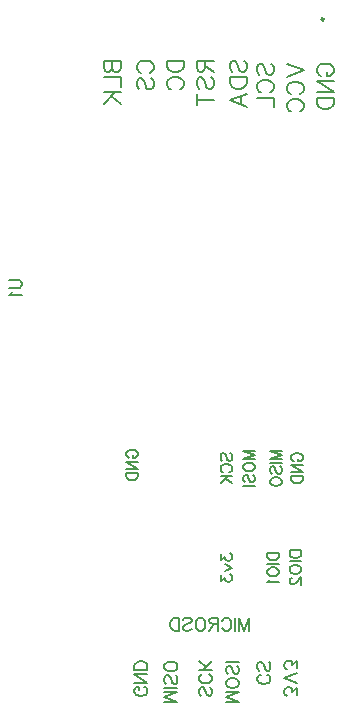
<source format=gbo>
G04 Layer: BottomSilkscreenLayer*
G04 EasyEDA v6.5.47, 2024-12-05 12:15:10*
G04 a8db0baa4c074055b0eece098b67d136,1af081c9d9ee461384659aa0797497b1,10*
G04 Gerber Generator version 0.2*
G04 Scale: 100 percent, Rotated: No, Reflected: No *
G04 Dimensions in millimeters *
G04 leading zeros omitted , absolute positions ,4 integer and 5 decimal *
%FSLAX45Y45*%
%MOMM*%

%ADD10C,0.2032*%
%ADD11C,0.1524*%
%ADD12C,0.1520*%
%ADD13C,0.2150*%

%LPD*%
D10*
X2846428Y4518294D02*
G01*
X2837337Y4527384D01*
X2832790Y4541022D01*
X2832790Y4559203D01*
X2837337Y4572840D01*
X2846428Y4581931D01*
X2855518Y4581931D01*
X2864609Y4577384D01*
X2869153Y4572840D01*
X2873700Y4563750D01*
X2882790Y4536478D01*
X2887337Y4527384D01*
X2891881Y4522840D01*
X2900972Y4518294D01*
X2914609Y4518294D01*
X2923700Y4527384D01*
X2928246Y4541022D01*
X2928246Y4559203D01*
X2923700Y4572840D01*
X2914609Y4581931D01*
X2855518Y4420113D02*
G01*
X2846428Y4424659D01*
X2837337Y4433750D01*
X2832790Y4442840D01*
X2832790Y4461022D01*
X2837337Y4470112D01*
X2846428Y4479203D01*
X2855518Y4483750D01*
X2869153Y4488294D01*
X2891881Y4488294D01*
X2905518Y4483750D01*
X2914609Y4479203D01*
X2923700Y4470112D01*
X2928246Y4461022D01*
X2928246Y4442840D01*
X2923700Y4433750D01*
X2914609Y4424659D01*
X2905518Y4420113D01*
X2832790Y4390113D02*
G01*
X2928246Y4390113D01*
X2832790Y4326478D02*
G01*
X2896428Y4390113D01*
X2873700Y4367385D02*
G01*
X2928246Y4326478D01*
X3023290Y4603750D02*
G01*
X3118746Y4603750D01*
X3023290Y4603750D02*
G01*
X3118746Y4567387D01*
X3023290Y4531022D02*
G01*
X3118746Y4567387D01*
X3023290Y4531022D02*
G01*
X3118746Y4531022D01*
X3023290Y4473750D02*
G01*
X3027837Y4482840D01*
X3036928Y4491931D01*
X3046018Y4496478D01*
X3059653Y4501022D01*
X3082381Y4501022D01*
X3096018Y4496478D01*
X3105109Y4491931D01*
X3114200Y4482840D01*
X3118746Y4473750D01*
X3118746Y4455568D01*
X3114200Y4446478D01*
X3105109Y4437387D01*
X3096018Y4432841D01*
X3082381Y4428296D01*
X3059653Y4428296D01*
X3046018Y4432841D01*
X3036928Y4437387D01*
X3027837Y4446478D01*
X3023290Y4455568D01*
X3023290Y4473750D01*
X3036928Y4334659D02*
G01*
X3027837Y4343750D01*
X3023290Y4357387D01*
X3023290Y4375569D01*
X3027837Y4389203D01*
X3036928Y4398297D01*
X3046018Y4398297D01*
X3055109Y4393750D01*
X3059653Y4389203D01*
X3064200Y4380113D01*
X3073290Y4352841D01*
X3077837Y4343750D01*
X3082381Y4339203D01*
X3091472Y4334659D01*
X3105109Y4334659D01*
X3114200Y4343750D01*
X3118746Y4357387D01*
X3118746Y4375569D01*
X3114200Y4389203D01*
X3105109Y4398297D01*
X3023290Y4304659D02*
G01*
X3118746Y4304659D01*
X3251890Y4603750D02*
G01*
X3347346Y4603750D01*
X3251890Y4603750D02*
G01*
X3347346Y4567387D01*
X3251890Y4531022D02*
G01*
X3347346Y4567387D01*
X3251890Y4531022D02*
G01*
X3347346Y4531022D01*
X3251890Y4501022D02*
G01*
X3347346Y4501022D01*
X3265528Y4407387D02*
G01*
X3256437Y4416478D01*
X3251890Y4430113D01*
X3251890Y4448296D01*
X3256437Y4461931D01*
X3265528Y4471022D01*
X3274618Y4471022D01*
X3283709Y4466478D01*
X3288253Y4461931D01*
X3292800Y4452840D01*
X3301890Y4425569D01*
X3306437Y4416478D01*
X3310981Y4411931D01*
X3320072Y4407387D01*
X3333709Y4407387D01*
X3342800Y4416478D01*
X3347346Y4430113D01*
X3347346Y4448296D01*
X3342800Y4461931D01*
X3333709Y4471022D01*
X3251890Y4350113D02*
G01*
X3256437Y4359203D01*
X3265528Y4368297D01*
X3274618Y4372841D01*
X3288253Y4377387D01*
X3310981Y4377387D01*
X3324618Y4372841D01*
X3333709Y4368297D01*
X3342800Y4359203D01*
X3347346Y4350113D01*
X3347346Y4331931D01*
X3342800Y4322841D01*
X3333709Y4313750D01*
X3324618Y4309203D01*
X3310981Y4304659D01*
X3288253Y4304659D01*
X3274618Y4309203D01*
X3265528Y4313750D01*
X3256437Y4322841D01*
X3251890Y4331931D01*
X3251890Y4350113D01*
X3452418Y4513750D02*
G01*
X3443328Y4518294D01*
X3434237Y4527384D01*
X3429690Y4536475D01*
X3429690Y4554659D01*
X3434237Y4563750D01*
X3443328Y4572840D01*
X3452418Y4577384D01*
X3466053Y4581931D01*
X3488781Y4581931D01*
X3502418Y4577384D01*
X3511509Y4572840D01*
X3520600Y4563750D01*
X3525146Y4554659D01*
X3525146Y4536475D01*
X3520600Y4527384D01*
X3511509Y4518294D01*
X3502418Y4513750D01*
X3488781Y4513750D01*
X3488781Y4536475D02*
G01*
X3488781Y4513750D01*
X3429690Y4483750D02*
G01*
X3525146Y4483750D01*
X3429690Y4483750D02*
G01*
X3525146Y4420113D01*
X3429690Y4420113D02*
G01*
X3525146Y4420113D01*
X3429690Y4390113D02*
G01*
X3525146Y4390113D01*
X3429690Y4390113D02*
G01*
X3429690Y4358294D01*
X3434237Y4344659D01*
X3443328Y4335569D01*
X3452418Y4331022D01*
X3466053Y4326475D01*
X3488781Y4326475D01*
X3502418Y4331022D01*
X3511509Y4335569D01*
X3520600Y4344659D01*
X3525146Y4358294D01*
X3525146Y4390113D01*
X2055418Y4541918D02*
G01*
X2046328Y4546462D01*
X2037237Y4555553D01*
X2032690Y4564646D01*
X2032690Y4582828D01*
X2037237Y4591918D01*
X2046328Y4601009D01*
X2055418Y4605553D01*
X2069053Y4610100D01*
X2091781Y4610100D01*
X2105418Y4605553D01*
X2114509Y4601009D01*
X2123600Y4591918D01*
X2128146Y4582828D01*
X2128146Y4564646D01*
X2123600Y4555553D01*
X2114509Y4546462D01*
X2105418Y4541918D01*
X2091781Y4541918D01*
X2091781Y4564646D02*
G01*
X2091781Y4541918D01*
X2032690Y4511918D02*
G01*
X2128146Y4511918D01*
X2032690Y4511918D02*
G01*
X2128146Y4448281D01*
X2032690Y4448281D02*
G01*
X2128146Y4448281D01*
X2032690Y4418281D02*
G01*
X2128146Y4418281D01*
X2032690Y4418281D02*
G01*
X2032690Y4386463D01*
X2037237Y4372828D01*
X2046328Y4363737D01*
X2055418Y4359191D01*
X2069053Y4354647D01*
X2091781Y4354647D01*
X2105418Y4359191D01*
X2114509Y4363737D01*
X2123600Y4372828D01*
X2128146Y4386463D01*
X2128146Y4418281D01*
X3416990Y3759200D02*
G01*
X3512446Y3759200D01*
X3416990Y3759200D02*
G01*
X3416990Y3727381D01*
X3421537Y3713746D01*
X3430628Y3704653D01*
X3439718Y3700109D01*
X3453353Y3695562D01*
X3476081Y3695562D01*
X3489718Y3700109D01*
X3498809Y3704653D01*
X3507900Y3713746D01*
X3512446Y3727381D01*
X3512446Y3759200D01*
X3416990Y3665562D02*
G01*
X3512446Y3665562D01*
X3416990Y3608290D02*
G01*
X3421537Y3617381D01*
X3430628Y3626472D01*
X3439718Y3631018D01*
X3453353Y3635562D01*
X3476081Y3635562D01*
X3489718Y3631018D01*
X3498809Y3626472D01*
X3507900Y3617381D01*
X3512446Y3608290D01*
X3512446Y3590109D01*
X3507900Y3581019D01*
X3498809Y3571928D01*
X3489718Y3567381D01*
X3476081Y3562837D01*
X3453353Y3562837D01*
X3439718Y3567381D01*
X3430628Y3571928D01*
X3421537Y3581019D01*
X3416990Y3590109D01*
X3416990Y3608290D01*
X3439718Y3528291D02*
G01*
X3435172Y3528291D01*
X3426081Y3523747D01*
X3421537Y3519200D01*
X3416990Y3510109D01*
X3416990Y3491928D01*
X3421537Y3482837D01*
X3426081Y3478291D01*
X3435172Y3473747D01*
X3444262Y3473747D01*
X3453353Y3478291D01*
X3466990Y3487381D01*
X3512446Y3532837D01*
X3512446Y3469200D01*
X3226490Y3738745D02*
G01*
X3321946Y3738745D01*
X3226490Y3738745D02*
G01*
X3226490Y3706926D01*
X3231037Y3693292D01*
X3240128Y3684198D01*
X3249218Y3679654D01*
X3262853Y3675108D01*
X3285581Y3675108D01*
X3299218Y3679654D01*
X3308309Y3684198D01*
X3317400Y3693292D01*
X3321946Y3706926D01*
X3321946Y3738745D01*
X3226490Y3645108D02*
G01*
X3321946Y3645108D01*
X3226490Y3587836D02*
G01*
X3231037Y3596927D01*
X3240128Y3606017D01*
X3249218Y3610564D01*
X3262853Y3615108D01*
X3285581Y3615108D01*
X3299218Y3610564D01*
X3308309Y3606017D01*
X3317400Y3596927D01*
X3321946Y3587836D01*
X3321946Y3569655D01*
X3317400Y3560564D01*
X3308309Y3551473D01*
X3299218Y3546927D01*
X3285581Y3542383D01*
X3262853Y3542383D01*
X3249218Y3546927D01*
X3240128Y3551473D01*
X3231037Y3560564D01*
X3226490Y3569655D01*
X3226490Y3587836D01*
X3244672Y3512383D02*
G01*
X3240128Y3503292D01*
X3226490Y3489655D01*
X3321946Y3489655D01*
X2832790Y3726017D02*
G01*
X2832790Y3676017D01*
X2869153Y3703289D01*
X2869153Y3689654D01*
X2873700Y3680564D01*
X2878246Y3676017D01*
X2891881Y3671473D01*
X2900972Y3671473D01*
X2914609Y3676017D01*
X2923700Y3685108D01*
X2928246Y3698745D01*
X2928246Y3712380D01*
X2923700Y3726017D01*
X2919153Y3730564D01*
X2910062Y3735108D01*
X2864609Y3641473D02*
G01*
X2928246Y3614199D01*
X2864609Y3586927D02*
G01*
X2928246Y3614199D01*
X2832790Y3547836D02*
G01*
X2832790Y3497836D01*
X2869153Y3525108D01*
X2869153Y3511473D01*
X2873700Y3502380D01*
X2878246Y3497836D01*
X2891881Y3493289D01*
X2900972Y3493289D01*
X2914609Y3497836D01*
X2923700Y3506927D01*
X2928246Y3520564D01*
X2928246Y3534199D01*
X2923700Y3547836D01*
X2919153Y3552380D01*
X2910062Y3556927D01*
D11*
X1040231Y6051651D02*
G01*
X1118209Y6051651D01*
X1133703Y6046317D01*
X1144117Y6035903D01*
X1149451Y6020409D01*
X1149451Y6009995D01*
X1144117Y5994501D01*
X1133703Y5984087D01*
X1118209Y5978753D01*
X1040231Y5978753D01*
X1061059Y5944463D02*
G01*
X1055725Y5934049D01*
X1040231Y5918555D01*
X1149451Y5918555D01*
D10*
X2155952Y7803438D02*
G01*
X2142490Y7810296D01*
X2128774Y7824012D01*
X2121915Y7837728D01*
X2121915Y7864906D01*
X2128774Y7878622D01*
X2142490Y7892084D01*
X2155952Y7898942D01*
X2176525Y7905800D01*
X2210561Y7905800D01*
X2231136Y7898942D01*
X2244597Y7892084D01*
X2258313Y7878622D01*
X2265172Y7864906D01*
X2265172Y7837728D01*
X2258313Y7824012D01*
X2244597Y7810296D01*
X2231136Y7803438D01*
X2142490Y7662976D02*
G01*
X2128774Y7676692D01*
X2121915Y7697266D01*
X2121915Y7724444D01*
X2128774Y7745018D01*
X2142490Y7758480D01*
X2155952Y7758480D01*
X2169668Y7751622D01*
X2176525Y7745018D01*
X2183384Y7731302D01*
X2196845Y7690408D01*
X2203704Y7676692D01*
X2210561Y7669834D01*
X2224277Y7662976D01*
X2244597Y7662976D01*
X2258313Y7676692D01*
X2265172Y7697266D01*
X2265172Y7724444D01*
X2258313Y7745018D01*
X2244597Y7758480D01*
X2375915Y7905800D02*
G01*
X2519172Y7905800D01*
X2375915Y7905800D02*
G01*
X2375915Y7858048D01*
X2382774Y7837728D01*
X2396490Y7824012D01*
X2409952Y7817154D01*
X2430525Y7810296D01*
X2464561Y7810296D01*
X2485136Y7817154D01*
X2498597Y7824012D01*
X2512313Y7837728D01*
X2519172Y7858048D01*
X2519172Y7905800D01*
X2409952Y7662976D02*
G01*
X2396490Y7669834D01*
X2382774Y7683550D01*
X2375915Y7697266D01*
X2375915Y7724444D01*
X2382774Y7738160D01*
X2396490Y7751622D01*
X2409952Y7758480D01*
X2430525Y7765338D01*
X2464561Y7765338D01*
X2485136Y7758480D01*
X2498597Y7751622D01*
X2512313Y7738160D01*
X2519172Y7724444D01*
X2519172Y7697266D01*
X2512313Y7683550D01*
X2498597Y7669834D01*
X2485136Y7662976D01*
X3679952Y7778038D02*
G01*
X3666490Y7784896D01*
X3652774Y7798612D01*
X3645915Y7812328D01*
X3645915Y7839506D01*
X3652774Y7853222D01*
X3666490Y7866684D01*
X3679952Y7873542D01*
X3700525Y7880400D01*
X3734561Y7880400D01*
X3755136Y7873542D01*
X3768597Y7866684D01*
X3782313Y7853222D01*
X3789172Y7839506D01*
X3789172Y7812328D01*
X3782313Y7798612D01*
X3768597Y7784896D01*
X3755136Y7778038D01*
X3734561Y7778038D01*
X3734561Y7812328D02*
G01*
X3734561Y7778038D01*
X3645915Y7733080D02*
G01*
X3789172Y7733080D01*
X3645915Y7733080D02*
G01*
X3789172Y7637576D01*
X3645915Y7637576D02*
G01*
X3789172Y7637576D01*
X3645915Y7592618D02*
G01*
X3789172Y7592618D01*
X3645915Y7592618D02*
G01*
X3645915Y7544866D01*
X3652774Y7524546D01*
X3666490Y7510830D01*
X3679952Y7503972D01*
X3700525Y7497114D01*
X3734561Y7497114D01*
X3755136Y7503972D01*
X3768597Y7510830D01*
X3782313Y7524546D01*
X3789172Y7544866D01*
X3789172Y7592618D01*
X3391915Y7880400D02*
G01*
X3535172Y7825790D01*
X3391915Y7771434D02*
G01*
X3535172Y7825790D01*
X3425952Y7624114D02*
G01*
X3412490Y7630972D01*
X3398774Y7644434D01*
X3391915Y7658150D01*
X3391915Y7685328D01*
X3398774Y7699044D01*
X3412490Y7712760D01*
X3425952Y7719618D01*
X3446525Y7726222D01*
X3480561Y7726222D01*
X3501136Y7719618D01*
X3514597Y7712760D01*
X3528313Y7699044D01*
X3535172Y7685328D01*
X3535172Y7658150D01*
X3528313Y7644434D01*
X3514597Y7630972D01*
X3501136Y7624114D01*
X3425952Y7476794D02*
G01*
X3412490Y7483652D01*
X3398774Y7497114D01*
X3391915Y7510830D01*
X3391915Y7538008D01*
X3398774Y7551724D01*
X3412490Y7565440D01*
X3425952Y7572298D01*
X3446525Y7579156D01*
X3480561Y7579156D01*
X3501136Y7572298D01*
X3514597Y7565440D01*
X3528313Y7551724D01*
X3535172Y7538008D01*
X3535172Y7510830D01*
X3528313Y7497114D01*
X3514597Y7483652D01*
X3501136Y7476794D01*
X3158490Y7784896D02*
G01*
X3144774Y7798612D01*
X3137915Y7818932D01*
X3137915Y7846364D01*
X3144774Y7866684D01*
X3158490Y7880400D01*
X3171952Y7880400D01*
X3185668Y7873542D01*
X3192525Y7866684D01*
X3199384Y7853222D01*
X3212845Y7812328D01*
X3219704Y7798612D01*
X3226561Y7791754D01*
X3240277Y7784896D01*
X3260597Y7784896D01*
X3274313Y7798612D01*
X3281172Y7818932D01*
X3281172Y7846364D01*
X3274313Y7866684D01*
X3260597Y7880400D01*
X3171952Y7637576D02*
G01*
X3158490Y7644434D01*
X3144774Y7658150D01*
X3137915Y7671866D01*
X3137915Y7699044D01*
X3144774Y7712760D01*
X3158490Y7726222D01*
X3171952Y7733080D01*
X3192525Y7739938D01*
X3226561Y7739938D01*
X3247136Y7733080D01*
X3260597Y7726222D01*
X3274313Y7712760D01*
X3281172Y7699044D01*
X3281172Y7671866D01*
X3274313Y7658150D01*
X3260597Y7644434D01*
X3247136Y7637576D01*
X3137915Y7592618D02*
G01*
X3281172Y7592618D01*
X3281172Y7592618D02*
G01*
X3281172Y7510830D01*
X2929890Y7810296D02*
G01*
X2916174Y7824012D01*
X2909315Y7844332D01*
X2909315Y7871764D01*
X2916174Y7892084D01*
X2929890Y7905800D01*
X2943352Y7905800D01*
X2957068Y7898942D01*
X2963925Y7892084D01*
X2970784Y7878622D01*
X2984245Y7837728D01*
X2991104Y7824012D01*
X2997961Y7817154D01*
X3011677Y7810296D01*
X3031997Y7810296D01*
X3045713Y7824012D01*
X3052572Y7844332D01*
X3052572Y7871764D01*
X3045713Y7892084D01*
X3031997Y7905800D01*
X2909315Y7765338D02*
G01*
X3052572Y7765338D01*
X2909315Y7765338D02*
G01*
X2909315Y7717586D01*
X2916174Y7697266D01*
X2929890Y7683550D01*
X2943352Y7676692D01*
X2963925Y7669834D01*
X2997961Y7669834D01*
X3018536Y7676692D01*
X3031997Y7683550D01*
X3045713Y7697266D01*
X3052572Y7717586D01*
X3052572Y7765338D01*
X2909315Y7570266D02*
G01*
X3052572Y7624876D01*
X2909315Y7570266D02*
G01*
X3052572Y7515910D01*
X3004820Y7604556D02*
G01*
X3004820Y7536230D01*
X2629915Y7905800D02*
G01*
X2773172Y7905800D01*
X2629915Y7905800D02*
G01*
X2629915Y7844332D01*
X2636774Y7824012D01*
X2643631Y7817154D01*
X2657093Y7810296D01*
X2670809Y7810296D01*
X2684525Y7817154D01*
X2691384Y7824012D01*
X2698241Y7844332D01*
X2698241Y7905800D01*
X2698241Y7858048D02*
G01*
X2773172Y7810296D01*
X2650490Y7669834D02*
G01*
X2636774Y7683550D01*
X2629915Y7703870D01*
X2629915Y7731302D01*
X2636774Y7751622D01*
X2650490Y7765338D01*
X2663952Y7765338D01*
X2677668Y7758480D01*
X2684525Y7751622D01*
X2691384Y7738160D01*
X2704845Y7697266D01*
X2711704Y7683550D01*
X2718561Y7676692D01*
X2732277Y7669834D01*
X2752597Y7669834D01*
X2766313Y7683550D01*
X2773172Y7703870D01*
X2773172Y7731302D01*
X2766313Y7751622D01*
X2752597Y7765338D01*
X2629915Y7577124D02*
G01*
X2773172Y7577124D01*
X2629915Y7624876D02*
G01*
X2629915Y7529372D01*
X1842515Y7905800D02*
G01*
X1985772Y7905800D01*
X1842515Y7905800D02*
G01*
X1842515Y7844332D01*
X1849373Y7824012D01*
X1856231Y7817154D01*
X1869694Y7810296D01*
X1883410Y7810296D01*
X1897126Y7817154D01*
X1903984Y7824012D01*
X1910842Y7844332D01*
X1910842Y7905800D02*
G01*
X1910842Y7844332D01*
X1917445Y7824012D01*
X1924304Y7817154D01*
X1938020Y7810296D01*
X1958340Y7810296D01*
X1972056Y7817154D01*
X1978913Y7824012D01*
X1985772Y7844332D01*
X1985772Y7905800D01*
X1842515Y7765338D02*
G01*
X1985772Y7765338D01*
X1985772Y7765338D02*
G01*
X1985772Y7683550D01*
X1842515Y7638592D02*
G01*
X1985772Y7638592D01*
X1842515Y7543088D02*
G01*
X1938020Y7638592D01*
X1903984Y7604556D02*
G01*
X1985772Y7543088D01*
D12*
X2985515Y2476500D02*
G01*
X2876550Y2476500D01*
X2985515Y2476500D02*
G01*
X2876550Y2518155D01*
X2985515Y2559557D02*
G01*
X2876550Y2518155D01*
X2985515Y2559557D02*
G01*
X2876550Y2559557D01*
X2985515Y2625089D02*
G01*
X2980436Y2614676D01*
X2970022Y2604262D01*
X2959608Y2599181D01*
X2943859Y2593847D01*
X2917952Y2593847D01*
X2902458Y2599181D01*
X2892043Y2604262D01*
X2881629Y2614676D01*
X2876550Y2625089D01*
X2876550Y2645918D01*
X2881629Y2656331D01*
X2892043Y2666745D01*
X2902458Y2671826D01*
X2917952Y2677160D01*
X2943859Y2677160D01*
X2959608Y2671826D01*
X2970022Y2666745D01*
X2980436Y2656331D01*
X2985515Y2645918D01*
X2985515Y2625089D01*
X2970022Y2784094D02*
G01*
X2980436Y2773679D01*
X2985515Y2758186D01*
X2985515Y2737357D01*
X2980436Y2721610D01*
X2970022Y2711450D01*
X2959608Y2711450D01*
X2949193Y2716529D01*
X2943859Y2721610D01*
X2938779Y2732023D01*
X2928365Y2763265D01*
X2923286Y2773679D01*
X2917952Y2778760D01*
X2907538Y2784094D01*
X2892043Y2784094D01*
X2881629Y2773679D01*
X2876550Y2758186D01*
X2876550Y2737357D01*
X2881629Y2721610D01*
X2892043Y2711450D01*
X2985515Y2818384D02*
G01*
X2876550Y2818384D01*
X3226308Y2706878D02*
G01*
X3236722Y2701544D01*
X3247136Y2691129D01*
X3252215Y2680970D01*
X3252215Y2660142D01*
X3247136Y2649728D01*
X3236722Y2639313D01*
X3226308Y2633979D01*
X3210559Y2628900D01*
X3184652Y2628900D01*
X3169158Y2633979D01*
X3158743Y2639313D01*
X3148329Y2649728D01*
X3143250Y2660142D01*
X3143250Y2680970D01*
X3148329Y2691129D01*
X3158743Y2701544D01*
X3169158Y2706878D01*
X3236722Y2813812D02*
G01*
X3247136Y2803397D01*
X3252215Y2787904D01*
X3252215Y2767076D01*
X3247136Y2751581D01*
X3236722Y2741168D01*
X3226308Y2741168D01*
X3215893Y2746247D01*
X3210559Y2751581D01*
X3205479Y2761995D01*
X3195065Y2792984D01*
X3189986Y2803397D01*
X3184652Y2808731D01*
X3174238Y2813812D01*
X3158743Y2813812D01*
X3148329Y2803397D01*
X3143250Y2787904D01*
X3143250Y2767076D01*
X3148329Y2751581D01*
X3158743Y2741168D01*
X3480815Y2537713D02*
G01*
X3480815Y2594863D01*
X3439159Y2563621D01*
X3439159Y2579370D01*
X3434079Y2589529D01*
X3429000Y2594863D01*
X3413252Y2599944D01*
X3402838Y2599944D01*
X3387343Y2594863D01*
X3376929Y2584450D01*
X3371850Y2568955D01*
X3371850Y2553207D01*
X3376929Y2537713D01*
X3382009Y2532379D01*
X3392424Y2527300D01*
X3480815Y2634234D02*
G01*
X3371850Y2675889D01*
X3480815Y2717545D02*
G01*
X3371850Y2675889D01*
X3480815Y2762250D02*
G01*
X3480815Y2819400D01*
X3439159Y2788157D01*
X3439159Y2803652D01*
X3434079Y2814065D01*
X3429000Y2819400D01*
X3413252Y2824479D01*
X3402838Y2824479D01*
X3387343Y2819400D01*
X3376929Y2808986D01*
X3371850Y2793237D01*
X3371850Y2777744D01*
X3376929Y2762250D01*
X3382009Y2756915D01*
X3392424Y2751836D01*
X2741422Y2599944D02*
G01*
X2751836Y2589529D01*
X2756915Y2574036D01*
X2756915Y2553207D01*
X2751836Y2537713D01*
X2741422Y2527300D01*
X2731008Y2527300D01*
X2720593Y2532379D01*
X2715259Y2537713D01*
X2710179Y2548128D01*
X2699765Y2579370D01*
X2694686Y2589529D01*
X2689352Y2594863D01*
X2678938Y2599944D01*
X2663443Y2599944D01*
X2653029Y2589529D01*
X2647950Y2574036D01*
X2647950Y2553207D01*
X2653029Y2537713D01*
X2663443Y2527300D01*
X2731008Y2712212D02*
G01*
X2741422Y2707131D01*
X2751836Y2696718D01*
X2756915Y2686304D01*
X2756915Y2665476D01*
X2751836Y2655062D01*
X2741422Y2644647D01*
X2731008Y2639568D01*
X2715259Y2634234D01*
X2689352Y2634234D01*
X2673858Y2639568D01*
X2663443Y2644647D01*
X2653029Y2655062D01*
X2647950Y2665476D01*
X2647950Y2686304D01*
X2653029Y2696718D01*
X2663443Y2707131D01*
X2673858Y2712212D01*
X2756915Y2746502D02*
G01*
X2647950Y2746502D01*
X2756915Y2819400D02*
G01*
X2684272Y2746502D01*
X2710179Y2772410D02*
G01*
X2647950Y2819400D01*
X2464815Y2476500D02*
G01*
X2355850Y2476500D01*
X2464815Y2476500D02*
G01*
X2355850Y2518155D01*
X2464815Y2559557D02*
G01*
X2355850Y2518155D01*
X2464815Y2559557D02*
G01*
X2355850Y2559557D01*
X2464815Y2593847D02*
G01*
X2355850Y2593847D01*
X2449322Y2701036D02*
G01*
X2459736Y2690621D01*
X2464815Y2674873D01*
X2464815Y2654300D01*
X2459736Y2638552D01*
X2449322Y2628137D01*
X2438908Y2628137D01*
X2428493Y2633471D01*
X2423159Y2638552D01*
X2418079Y2648965D01*
X2407665Y2680207D01*
X2402586Y2690621D01*
X2397252Y2695702D01*
X2386838Y2701036D01*
X2371343Y2701036D01*
X2360929Y2690621D01*
X2355850Y2674873D01*
X2355850Y2654300D01*
X2360929Y2638552D01*
X2371343Y2628137D01*
X2464815Y2766313D02*
G01*
X2459736Y2755900D01*
X2449322Y2745739D01*
X2438908Y2740405D01*
X2423159Y2735326D01*
X2397252Y2735326D01*
X2381758Y2740405D01*
X2371343Y2745739D01*
X2360929Y2755900D01*
X2355850Y2766313D01*
X2355850Y2787142D01*
X2360929Y2797555D01*
X2371343Y2807970D01*
X2381758Y2813050D01*
X2397252Y2818384D01*
X2423159Y2818384D01*
X2438908Y2813050D01*
X2449322Y2807970D01*
X2459736Y2797555D01*
X2464815Y2787142D01*
X2464815Y2766313D01*
X2184908Y2605278D02*
G01*
X2195322Y2599944D01*
X2205736Y2589529D01*
X2210815Y2579370D01*
X2210815Y2558542D01*
X2205736Y2548128D01*
X2195322Y2537713D01*
X2184908Y2532379D01*
X2169159Y2527300D01*
X2143252Y2527300D01*
X2127758Y2532379D01*
X2117343Y2537713D01*
X2106929Y2548128D01*
X2101850Y2558542D01*
X2101850Y2579370D01*
X2106929Y2589529D01*
X2117343Y2599944D01*
X2127758Y2605278D01*
X2143252Y2605278D01*
X2143252Y2579370D02*
G01*
X2143252Y2605278D01*
X2210815Y2639568D02*
G01*
X2101850Y2639568D01*
X2210815Y2639568D02*
G01*
X2101850Y2712212D01*
X2210815Y2712212D02*
G01*
X2101850Y2712212D01*
X2210815Y2746502D02*
G01*
X2101850Y2746502D01*
X2210815Y2746502D02*
G01*
X2210815Y2782823D01*
X2205736Y2798571D01*
X2195322Y2808986D01*
X2184908Y2814065D01*
X2169159Y2819400D01*
X2143252Y2819400D01*
X2127758Y2814065D01*
X2117343Y2808986D01*
X2106929Y2798571D01*
X2101850Y2782823D01*
X2101850Y2746502D01*
D11*
X3073374Y3188639D02*
G01*
X3073374Y3079673D01*
X3073374Y3188639D02*
G01*
X3031718Y3079673D01*
X2990316Y3188639D02*
G01*
X3031718Y3079673D01*
X2990316Y3188639D02*
G01*
X2990316Y3079673D01*
X2956026Y3188639D02*
G01*
X2956026Y3079673D01*
X2843758Y3162731D02*
G01*
X2848838Y3173145D01*
X2859252Y3183559D01*
X2869666Y3188639D01*
X2890494Y3188639D01*
X2900908Y3183559D01*
X2911322Y3173145D01*
X2916402Y3162731D01*
X2921736Y3147237D01*
X2921736Y3121075D01*
X2916402Y3105581D01*
X2911322Y3095167D01*
X2900908Y3084753D01*
X2890494Y3079673D01*
X2869666Y3079673D01*
X2859252Y3084753D01*
X2848838Y3095167D01*
X2843758Y3105581D01*
X2809468Y3188639D02*
G01*
X2809468Y3079673D01*
X2809468Y3188639D02*
G01*
X2762732Y3188639D01*
X2747238Y3183559D01*
X2741904Y3178225D01*
X2736824Y3168065D01*
X2736824Y3157651D01*
X2741904Y3147237D01*
X2747238Y3141903D01*
X2762732Y3136823D01*
X2809468Y3136823D01*
X2773146Y3136823D02*
G01*
X2736824Y3079673D01*
X2671292Y3188639D02*
G01*
X2681706Y3183559D01*
X2692120Y3173145D01*
X2697200Y3162731D01*
X2702534Y3147237D01*
X2702534Y3121075D01*
X2697200Y3105581D01*
X2692120Y3095167D01*
X2681706Y3084753D01*
X2671292Y3079673D01*
X2650464Y3079673D01*
X2640050Y3084753D01*
X2629636Y3095167D01*
X2624556Y3105581D01*
X2619222Y3121075D01*
X2619222Y3147237D01*
X2624556Y3162731D01*
X2629636Y3173145D01*
X2640050Y3183559D01*
X2650464Y3188639D01*
X2671292Y3188639D01*
X2512288Y3173145D02*
G01*
X2522702Y3183559D01*
X2538196Y3188639D01*
X2559024Y3188639D01*
X2574518Y3183559D01*
X2584932Y3173145D01*
X2584932Y3162731D01*
X2579852Y3152317D01*
X2574518Y3147237D01*
X2564358Y3141903D01*
X2533116Y3131489D01*
X2522702Y3126409D01*
X2517368Y3121075D01*
X2512288Y3110915D01*
X2512288Y3095167D01*
X2522702Y3084753D01*
X2538196Y3079673D01*
X2559024Y3079673D01*
X2574518Y3084753D01*
X2584932Y3095167D01*
X2477998Y3188639D02*
G01*
X2477998Y3079673D01*
X2477998Y3188639D02*
G01*
X2441676Y3188639D01*
X2425928Y3183559D01*
X2415768Y3173145D01*
X2410434Y3162731D01*
X2405354Y3147237D01*
X2405354Y3121075D01*
X2410434Y3105581D01*
X2415768Y3095167D01*
X2425928Y3084753D01*
X2441676Y3079673D01*
X2477998Y3079673D01*
D13*
G75*
G01
X3706444Y8257921D02*
G03X3706444Y8257921I-10744J0D01*
M02*

</source>
